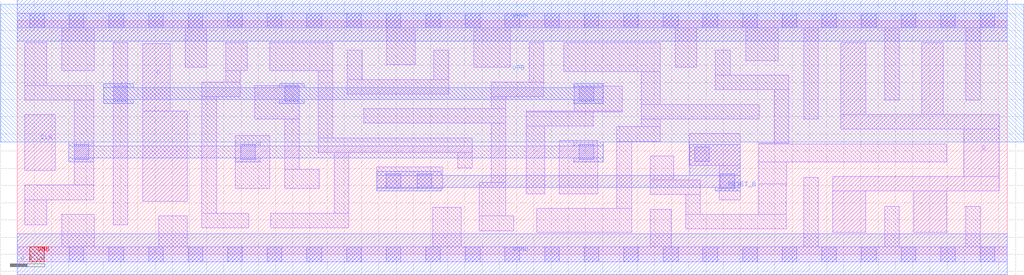
<source format=lef>
# Copyright 2020 The SkyWater PDK Authors
#
# Licensed under the Apache License, Version 2.0 (the "License");
# you may not use this file except in compliance with the License.
# You may obtain a copy of the License at
#
#     https://www.apache.org/licenses/LICENSE-2.0
#
# Unless required by applicable law or agreed to in writing, software
# distributed under the License is distributed on an "AS IS" BASIS,
# WITHOUT WARRANTIES OR CONDITIONS OF ANY KIND, either express or implied.
# See the License for the specific language governing permissions and
# limitations under the License.
#
# SPDX-License-Identifier: Apache-2.0

VERSION 5.7 ;
  NOWIREEXTENSIONATPIN ON ;
  DIVIDERCHAR "/" ;
  BUSBITCHARS "[]" ;
PROPERTYDEFINITIONS
  MACRO maskLayoutSubType STRING ;
  MACRO prCellType STRING ;
  MACRO originalViewName STRING ;
END PROPERTYDEFINITIONS
MACRO sky130_fd_sc_hdll__dfrtp_4
  CLASS CORE ;
  FOREIGN sky130_fd_sc_hdll__dfrtp_4 ;
  ORIGIN  0.000000  0.000000 ;
  SIZE  11.50000 BY  2.720000 ;
  SYMMETRY X Y R90 ;
  SITE unithd ;
  PIN CLK
    ANTENNAGATEAREA  0.178200 ;
    DIRECTION INPUT ;
    USE SIGNAL ;
    PORT
      LAYER li1 ;
        RECT 0.090000 0.975000 0.440000 1.625000 ;
    END
  END CLK
  PIN D
    ANTENNAGATEAREA  0.138600 ;
    DIRECTION INPUT ;
    USE SIGNAL ;
    PORT
      LAYER li1 ;
        RECT 1.455000 0.615000 1.975000 1.665000 ;
        RECT 1.455000 1.665000 1.780000 2.450000 ;
    END
  END D
  PIN Q
    ANTENNADIFFAREA  0.996000 ;
    DIRECTION OUTPUT ;
    USE SIGNAL ;
    PORT
      LAYER li1 ;
        RECT  9.475000 0.255000  9.855000 0.735000 ;
        RECT  9.475000 0.735000 11.405000 0.905000 ;
        RECT  9.565000 1.455000 11.405000 1.625000 ;
        RECT  9.565000 1.625000  9.855000 2.465000 ;
        RECT 10.415000 0.255000 10.795000 0.735000 ;
        RECT 10.505000 1.625000 10.755000 2.465000 ;
        RECT 10.995000 0.905000 11.405000 1.455000 ;
    END
  END Q
  PIN RESET_B
    ANTENNAGATEAREA  0.277200 ;
    DIRECTION INPUT ;
    USE SIGNAL ;
    PORT
      LAYER met1 ;
        RECT 4.175000 0.735000 4.925000 0.780000 ;
        RECT 4.175000 0.780000 8.395000 0.920000 ;
        RECT 4.175000 0.920000 4.925000 0.965000 ;
        RECT 7.810000 0.920000 8.395000 1.280000 ;
        RECT 8.105000 0.735000 8.395000 0.780000 ;
    END
  END RESET_B
  PIN VGND
    ANTENNADIFFAREA  1.581500 ;
    DIRECTION INOUT ;
    USE SIGNAL ;
    PORT
      LAYER met1 ;
        RECT 0.000000 -0.240000 11.500000 0.240000 ;
    END
  END VGND
  PIN VPWR
    ANTENNADIFFAREA  1.881700 ;
    DIRECTION INOUT ;
    USE SIGNAL ;
    PORT
      LAYER met1 ;
        RECT 0.000000 2.480000 11.500000 2.960000 ;
    END
  END VPWR
  PIN VNB
    DIRECTION INOUT ;
    USE GROUND ;
    PORT
      LAYER pwell ;
        RECT 0.145000 -0.085000 0.315000 0.085000 ;
    END
  END VNB
  PIN VPB
    DIRECTION INOUT ;
    USE POWER ;
    PORT
      LAYER nwell ;
        RECT -0.190000 1.305000 11.690000 2.910000 ;
    END
  END VPB
  OBS
    LAYER li1 ;
      RECT  0.000000 -0.085000 11.500000 0.085000 ;
      RECT  0.000000  2.635000 11.500000 2.805000 ;
      RECT  0.090000  0.345000  0.345000 0.635000 ;
      RECT  0.090000  0.635000  0.890000 0.805000 ;
      RECT  0.090000  1.795000  0.890000 1.965000 ;
      RECT  0.090000  1.965000  0.345000 2.465000 ;
      RECT  0.515000  0.085000  0.895000 0.465000 ;
      RECT  0.515000  2.135000  0.895000 2.635000 ;
      RECT  0.660000  0.805000  0.890000 1.795000 ;
      RECT  1.115000  0.345000  1.285000 2.465000 ;
      RECT  1.645000  0.085000  1.975000 0.445000 ;
      RECT  1.950000  2.175000  2.200000 2.635000 ;
      RECT  2.145000  0.305000  2.690000 0.475000 ;
      RECT  2.145000  0.475000  2.315000 1.835000 ;
      RECT  2.145000  1.835000  2.590000 2.005000 ;
      RECT  2.420000  2.005000  2.590000 2.135000 ;
      RECT  2.420000  2.135000  2.670000 2.465000 ;
      RECT  2.535000  0.765000  2.935000 1.385000 ;
      RECT  2.760000  1.575000  3.275000 1.965000 ;
      RECT  2.935000  2.135000  3.665000 2.465000 ;
      RECT  2.945000  0.305000  3.850000 0.475000 ;
      RECT  3.105000  0.765000  3.510000 0.985000 ;
      RECT  3.105000  0.985000  3.275000 1.575000 ;
      RECT  3.495000  1.185000  5.285000 1.355000 ;
      RECT  3.495000  1.355000  3.665000 2.135000 ;
      RECT  3.680000  0.475000  3.850000 1.185000 ;
      RECT  3.835000  1.865000  5.010000 2.035000 ;
      RECT  3.835000  2.035000  4.005000 2.375000 ;
      RECT  4.025000  1.525000  5.675000 1.695000 ;
      RECT  4.175000  0.765000  4.945000 1.015000 ;
      RECT  4.290000  2.205000  4.620000 2.635000 ;
      RECT  4.825000  0.085000  5.155000 0.545000 ;
      RECT  4.840000  2.035000  5.010000 2.375000 ;
      RECT  5.115000  1.005000  5.285000 1.185000 ;
      RECT  5.305000  2.175000  5.725000 2.635000 ;
      RECT  5.365000  0.275000  5.765000 0.445000 ;
      RECT  5.365000  0.445000  5.675000 0.835000 ;
      RECT  5.505000  0.835000  5.675000 1.525000 ;
      RECT  5.505000  1.695000  5.675000 1.835000 ;
      RECT  5.505000  1.835000  6.115000 2.005000 ;
      RECT  5.915000  0.705000  6.125000 1.495000 ;
      RECT  5.915000  1.495000  6.690000 1.655000 ;
      RECT  5.915000  1.655000  7.030000 1.665000 ;
      RECT  5.945000  2.005000  6.115000 2.465000 ;
      RECT  6.035000  0.255000  7.135000 0.535000 ;
      RECT  6.295000  0.705000  6.745000 1.325000 ;
      RECT  6.350000  2.125000  7.470000 2.465000 ;
      RECT  6.470000  1.665000  7.030000 1.955000 ;
      RECT  6.965000  0.535000  7.135000 1.315000 ;
      RECT  6.965000  1.315000  7.470000 1.485000 ;
      RECT  7.250000  1.485000  7.470000 1.575000 ;
      RECT  7.250000  1.575000  8.620000 1.745000 ;
      RECT  7.250000  1.745000  7.470000 2.125000 ;
      RECT  7.355000  0.085000  7.595000 0.525000 ;
      RECT  7.355000  0.695000  7.935000 0.865000 ;
      RECT  7.355000  0.865000  7.625000 1.145000 ;
      RECT  7.640000  2.175000  7.890000 2.635000 ;
      RECT  7.765000  0.295000  8.935000 0.465000 ;
      RECT  7.765000  0.465000  7.935000 0.695000 ;
      RECT  7.805000  1.035000  8.395000 1.405000 ;
      RECT  8.110000  1.915000  8.960000 2.085000 ;
      RECT  8.110000  2.085000  8.280000 2.375000 ;
      RECT  8.155000  0.635000  8.395000 1.035000 ;
      RECT  8.460000  2.255000  8.840000 2.635000 ;
      RECT  8.615000  0.465000  8.935000 0.820000 ;
      RECT  8.615000  0.820000  8.940000 1.075000 ;
      RECT  8.615000  1.075000 10.795000 1.285000 ;
      RECT  8.615000  1.285000  8.960000 1.295000 ;
      RECT  8.790000  1.295000  8.960000 1.915000 ;
      RECT  9.135000  0.085000  9.305000 0.895000 ;
      RECT  9.135000  1.575000  9.305000 2.635000 ;
      RECT 10.075000  0.085000 10.245000 0.555000 ;
      RECT 10.075000  1.795000 10.245000 2.635000 ;
      RECT 11.015000  0.085000 11.185000 0.555000 ;
      RECT 11.015000  1.795000 11.185000 2.635000 ;
    LAYER mcon ;
      RECT  0.145000 -0.085000  0.315000 0.085000 ;
      RECT  0.145000  2.635000  0.315000 2.805000 ;
      RECT  0.605000 -0.085000  0.775000 0.085000 ;
      RECT  0.605000  2.635000  0.775000 2.805000 ;
      RECT  0.660000  1.105000  0.830000 1.275000 ;
      RECT  1.065000 -0.085000  1.235000 0.085000 ;
      RECT  1.065000  2.635000  1.235000 2.805000 ;
      RECT  1.115000  1.785000  1.285000 1.955000 ;
      RECT  1.525000 -0.085000  1.695000 0.085000 ;
      RECT  1.525000  2.635000  1.695000 2.805000 ;
      RECT  1.985000 -0.085000  2.155000 0.085000 ;
      RECT  1.985000  2.635000  2.155000 2.805000 ;
      RECT  2.445000 -0.085000  2.615000 0.085000 ;
      RECT  2.445000  2.635000  2.615000 2.805000 ;
      RECT  2.595000  1.105000  2.765000 1.275000 ;
      RECT  2.905000 -0.085000  3.075000 0.085000 ;
      RECT  2.905000  2.635000  3.075000 2.805000 ;
      RECT  3.105000  1.785000  3.275000 1.955000 ;
      RECT  3.365000 -0.085000  3.535000 0.085000 ;
      RECT  3.365000  2.635000  3.535000 2.805000 ;
      RECT  3.825000 -0.085000  3.995000 0.085000 ;
      RECT  3.825000  2.635000  3.995000 2.805000 ;
      RECT  4.285000 -0.085000  4.455000 0.085000 ;
      RECT  4.285000  0.765000  4.455000 0.935000 ;
      RECT  4.285000  2.635000  4.455000 2.805000 ;
      RECT  4.645000  0.765000  4.815000 0.935000 ;
      RECT  4.745000 -0.085000  4.915000 0.085000 ;
      RECT  4.745000  2.635000  4.915000 2.805000 ;
      RECT  5.205000 -0.085000  5.375000 0.085000 ;
      RECT  5.205000  2.635000  5.375000 2.805000 ;
      RECT  5.665000 -0.085000  5.835000 0.085000 ;
      RECT  5.665000  2.635000  5.835000 2.805000 ;
      RECT  6.125000 -0.085000  6.295000 0.085000 ;
      RECT  6.125000  2.635000  6.295000 2.805000 ;
      RECT  6.525000  1.105000  6.695000 1.275000 ;
      RECT  6.525000  1.785000  6.695000 1.955000 ;
      RECT  6.585000 -0.085000  6.755000 0.085000 ;
      RECT  6.585000  2.635000  6.755000 2.805000 ;
      RECT  7.045000 -0.085000  7.215000 0.085000 ;
      RECT  7.045000  2.635000  7.215000 2.805000 ;
      RECT  7.505000 -0.085000  7.675000 0.085000 ;
      RECT  7.505000  2.635000  7.675000 2.805000 ;
      RECT  7.870000  1.080000  8.040000 1.250000 ;
      RECT  7.965000 -0.085000  8.135000 0.085000 ;
      RECT  7.965000  2.635000  8.135000 2.805000 ;
      RECT  8.165000  0.765000  8.335000 0.935000 ;
      RECT  8.425000 -0.085000  8.595000 0.085000 ;
      RECT  8.425000  2.635000  8.595000 2.805000 ;
      RECT  8.885000 -0.085000  9.055000 0.085000 ;
      RECT  8.885000  2.635000  9.055000 2.805000 ;
      RECT  9.345000 -0.085000  9.515000 0.085000 ;
      RECT  9.345000  2.635000  9.515000 2.805000 ;
      RECT  9.805000 -0.085000  9.975000 0.085000 ;
      RECT  9.805000  2.635000  9.975000 2.805000 ;
      RECT 10.265000 -0.085000 10.435000 0.085000 ;
      RECT 10.265000  2.635000 10.435000 2.805000 ;
      RECT 10.725000 -0.085000 10.895000 0.085000 ;
      RECT 10.725000  2.635000 10.895000 2.805000 ;
      RECT 11.185000 -0.085000 11.355000 0.085000 ;
      RECT 11.185000  2.635000 11.355000 2.805000 ;
    LAYER met1 ;
      RECT 0.600000 1.075000 0.890000 1.120000 ;
      RECT 0.600000 1.120000 6.805000 1.260000 ;
      RECT 0.600000 1.260000 0.890000 1.305000 ;
      RECT 1.005000 1.755000 1.345000 1.800000 ;
      RECT 1.005000 1.800000 6.805000 1.940000 ;
      RECT 1.005000 1.940000 1.345000 1.985000 ;
      RECT 2.535000 1.075000 2.825000 1.120000 ;
      RECT 2.535000 1.260000 2.825000 1.305000 ;
      RECT 3.045000 1.755000 3.335000 1.800000 ;
      RECT 3.045000 1.940000 3.335000 1.985000 ;
      RECT 6.465000 1.075000 6.805000 1.120000 ;
      RECT 6.465000 1.260000 6.805000 1.305000 ;
      RECT 6.465000 1.755000 6.805000 1.800000 ;
      RECT 6.465000 1.940000 6.805000 1.985000 ;
  END
  PROPERTY maskLayoutSubType "abstract" ;
  PROPERTY prCellType "standard" ;
  PROPERTY originalViewName "layout" ;
END sky130_fd_sc_hdll__dfrtp_4
END LIBRARY

</source>
